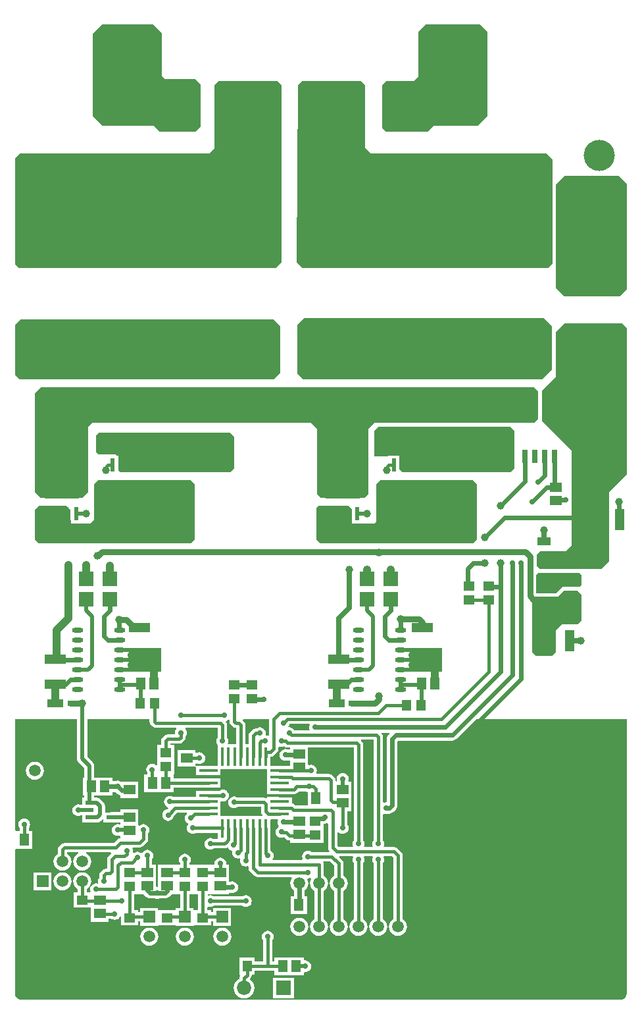
<source format=gtl>
G04*
G04 #@! TF.GenerationSoftware,Altium Limited,Altium Designer,21.0.9 (235)*
G04*
G04 Layer_Physical_Order=1*
G04 Layer_Color=255*
%FSLAX25Y25*%
%MOIN*%
G70*
G04*
G04 #@! TF.SameCoordinates,E5C10B9F-721F-4CD3-8270-1C0E1EB20485*
G04*
G04*
G04 #@! TF.FilePolarity,Positive*
G04*
G01*
G75*
%ADD13C,0.02362*%
%ADD17R,0.10630X0.05118*%
%ADD18R,0.05512X0.04724*%
%ADD19R,0.08661X0.21654*%
%ADD20R,0.05906X0.04331*%
%ADD21R,0.06693X0.04331*%
%ADD22R,0.05906X0.05118*%
%ADD23R,0.22047X0.09055*%
%ADD24R,0.04134X0.02165*%
%ADD25R,0.05118X0.05906*%
%ADD26R,0.04331X0.06693*%
%ADD27R,0.02560X0.06890*%
%ADD28R,0.17362X0.15354*%
%ADD29R,0.06500X0.02787*%
%ADD30R,0.02394X0.06500*%
%ADD31R,0.01575X0.09449*%
%ADD32R,0.09449X0.01575*%
%ADD33O,0.05709X0.02362*%
%ADD34R,0.04724X0.05512*%
%ADD35R,0.07284X0.07284*%
%ADD36R,0.07874X0.04331*%
%ADD37R,0.03150X0.03150*%
%ADD38R,0.05118X0.10630*%
%ADD72C,0.03150*%
%ADD73C,0.01571*%
%ADD74C,0.01570*%
%ADD75C,0.02165*%
%ADD76C,0.01575*%
%ADD77C,0.01968*%
%ADD78C,0.02756*%
%ADD79C,0.03937*%
%ADD80C,0.19685*%
%ADD81O,0.07874X0.11811*%
%ADD82R,0.07874X0.11811*%
%ADD83C,0.04000*%
%ADD84C,0.05906*%
%ADD85R,0.05906X0.05906*%
%ADD86C,0.15748*%
%ADD87C,0.07284*%
%ADD88C,0.03543*%
%ADD89C,0.03937*%
%ADD90C,0.02756*%
G36*
X620500Y670000D02*
Y627500D01*
X615500Y622500D01*
X593000Y622500D01*
X590000Y619500D01*
X569000Y619500D01*
X567000Y621500D01*
X567000Y643000D01*
X569000Y645000D01*
X583000Y645000D01*
X585500Y647500D01*
X585500Y670000D01*
X589385Y673885D01*
X616615D01*
X620500Y670000D01*
D02*
G37*
G36*
X455500Y669500D02*
X455500Y647500D01*
X457000Y646000D01*
X472500D01*
X475000Y643500D01*
X475000Y625000D01*
X475000Y622000D01*
X472500Y619500D01*
X454500D01*
X451500Y622500D01*
X425500D01*
X420500Y627500D01*
X420500Y669000D01*
X425385Y673885D01*
X451116D01*
X455500Y669500D01*
D02*
G37*
G36*
X558500Y643000D02*
X558500Y611500D01*
X561500Y608500D01*
X650500D01*
X653500Y605500D01*
X653500Y593031D01*
X653496Y593013D01*
X653394Y592500D01*
X653394Y592500D01*
X653394Y552894D01*
X651000Y550500D01*
X627000D01*
X526485Y550500D01*
X523595Y553419D01*
X524500Y643000D01*
X526500Y645000D01*
X556500D01*
X558500Y643000D01*
D02*
G37*
G36*
X516000D02*
X516000Y553500D01*
X513000Y550500D01*
X406000Y550500D01*
X383000Y550500D01*
X381116Y552385D01*
Y606115D01*
X383500Y608500D01*
X479500D01*
X482000Y611000D01*
Y643000D01*
X484000Y645000D01*
X514000D01*
X516000Y643000D01*
D02*
G37*
G36*
X690884Y593116D02*
X690884Y539385D01*
X687500Y536000D01*
X659500Y536000D01*
X655000Y540500D01*
X655000Y592500D01*
X659500Y597000D01*
X687000Y597000D01*
X690884Y593116D01*
D02*
G37*
G36*
X653000Y521000D02*
X653000Y499000D01*
X648000Y494000D01*
X527000Y494000D01*
X524000Y497000D01*
X524000Y521500D01*
X527500Y525000D01*
X649000Y525000D01*
X653000Y521000D01*
D02*
G37*
G36*
X515500Y521000D02*
X515500Y497500D01*
X512000Y494000D01*
X383500Y494000D01*
X381116Y496385D01*
Y521615D01*
X384000Y524500D01*
X512000Y524500D01*
X515500Y521000D01*
D02*
G37*
G36*
X581000Y490000D02*
X612000D01*
X644000Y490000D01*
X646000Y488000D01*
X646000Y474000D01*
X644000Y472000D01*
X563000Y472000D01*
X560000Y469000D01*
Y436000D01*
X558000Y434000D01*
X536000D01*
X534000Y436000D01*
X534000Y469000D01*
X531000Y472000D01*
X495000Y472000D01*
X420000Y472000D01*
X418000Y470000D01*
Y437000D01*
X415000Y434000D01*
X394000Y434000D01*
X391000Y437000D01*
X391000Y487000D01*
X394000Y490000D01*
X581000Y490000D01*
D02*
G37*
G36*
X632000Y470000D02*
X634000Y468000D01*
X634000Y449000D01*
X632000Y447000D01*
X578000Y447000D01*
X577400Y447000D01*
X575672Y448728D01*
Y455425D01*
X570128D01*
Y455000D01*
X563000Y455000D01*
X563000Y468000D01*
X565000Y470000D01*
X632000Y470000D01*
D02*
G37*
G36*
X490000Y467000D02*
X492000Y465000D01*
Y449000D01*
X492000Y449000D01*
X490000Y447000D01*
X434500D01*
X433272Y448228D01*
Y455425D01*
X432575D01*
X432000Y456000D01*
X423500Y456000D01*
X422000Y457500D01*
X422000D01*
X422000Y465500D01*
X422000D01*
X423500Y467000D01*
X490000Y467000D01*
D02*
G37*
G36*
X613000Y443000D02*
X615000Y441000D01*
Y413000D01*
X613000Y411000D01*
X536000Y411000D01*
X535600Y411000D01*
X533600Y413000D01*
X533600Y429000D01*
X534600Y430000D01*
X535000Y430000D01*
X550000Y430000D01*
X551728Y428272D01*
Y421175D01*
X552825D01*
X553000Y421000D01*
X563000Y421000D01*
X564000Y422000D01*
X564000Y441000D01*
X566000Y443000D01*
X613000Y443000D01*
D02*
G37*
G36*
X470000Y443000D02*
X472000Y441000D01*
X472000Y413000D01*
X470000Y411000D01*
X393000Y411000D01*
X391000Y413000D01*
X391000Y428000D01*
X393000Y430000D01*
X407000Y430000D01*
X409000Y428000D01*
X409000Y423000D01*
X409328Y422672D01*
Y421175D01*
X410825D01*
X411000Y421000D01*
X419000D01*
X421000Y423000D01*
Y441000D01*
X423000Y443000D01*
X470000Y443000D01*
D02*
G37*
G36*
X688500Y522500D02*
X690884Y520116D01*
X690884Y445884D01*
X682000Y437000D01*
X682000Y402000D01*
X678000Y398000D01*
X647000Y398000D01*
X645500Y399500D01*
Y405500D01*
X647000Y407000D01*
X651000Y407000D01*
X660000Y407000D01*
X663000Y410000D01*
X663000Y458000D01*
X648000Y473000D01*
Y488500D01*
X655000Y495500D01*
X655000Y518000D01*
X659500Y522500D01*
X688500Y522500D01*
D02*
G37*
G36*
X668000Y395000D02*
Y390000D01*
X667000Y389000D01*
X658500D01*
X655106Y385606D01*
X645394Y385606D01*
X645177Y385823D01*
Y395177D01*
X646000Y396000D01*
X667000Y396000D01*
X668000Y395000D01*
D02*
G37*
G36*
Y385000D02*
Y372000D01*
X666000Y370000D01*
X658000D01*
X655000Y367000D01*
Y356000D01*
X653000Y354000D01*
X645000D01*
X643000Y356000D01*
Y383000D01*
X644000Y384000D01*
X656000Y384000D01*
X659000Y387000D01*
X666000D01*
X668000Y385000D01*
D02*
G37*
G36*
X597402Y346000D02*
X581574D01*
X581562Y346016D01*
X576402D01*
Y347984D01*
X581076D01*
X580826Y348588D01*
X580321Y349246D01*
X580316Y349250D01*
Y349750D01*
X580321Y349754D01*
X580826Y350412D01*
X581076Y351016D01*
X576402D01*
Y352984D01*
X581076D01*
X580826Y353588D01*
X580321Y354246D01*
X580316Y354250D01*
Y354750D01*
X580321Y354754D01*
X580826Y355412D01*
X581076Y356016D01*
X576402D01*
Y357984D01*
X581562D01*
X581574Y358000D01*
X597402D01*
Y346000D01*
D02*
G37*
G36*
X455000D02*
X439173D01*
X439160Y346016D01*
X434000D01*
Y347984D01*
X438675D01*
X438424Y348588D01*
X437920Y349246D01*
X437915Y349250D01*
Y349750D01*
X437920Y349754D01*
X438424Y350412D01*
X438675Y351016D01*
X434000D01*
Y352984D01*
X438675D01*
X438424Y353588D01*
X437920Y354246D01*
X437915Y354250D01*
Y354750D01*
X437920Y354754D01*
X438424Y355412D01*
X438675Y356016D01*
X434000D01*
Y357984D01*
X439160D01*
X439173Y358000D01*
X455000D01*
Y346000D01*
D02*
G37*
G36*
X530257Y319094D02*
X530123Y318771D01*
X530022Y318000D01*
X530123Y317229D01*
X530257Y316906D01*
X529923Y316406D01*
X522614D01*
X522579Y316489D01*
X522106Y317106D01*
X521489Y317579D01*
X520771Y317877D01*
X520000Y317978D01*
X519778Y317949D01*
X519508Y318418D01*
X519579Y318511D01*
X519877Y319229D01*
X519914Y319511D01*
X519997Y319594D01*
X529923D01*
X530257Y319094D01*
D02*
G37*
G36*
X509592Y322000D02*
X509593Y321999D01*
Y313902D01*
X509093Y313649D01*
X508544Y313877D01*
X508286Y313911D01*
X507877Y314229D01*
X507902Y314422D01*
X507978Y315000D01*
X507877Y315771D01*
X507579Y316489D01*
X507106Y317106D01*
X506489Y317579D01*
X505771Y317877D01*
X505000Y317978D01*
X504229Y317877D01*
X503511Y317579D01*
X503285Y317406D01*
X503000D01*
X502079Y317223D01*
X501299Y316701D01*
X500023Y315426D01*
X499502Y314645D01*
X499318Y313724D01*
Y309409D01*
X497831D01*
Y319080D01*
X497648Y320001D01*
X497126Y320782D01*
X496408Y321500D01*
X496616Y322000D01*
X509592Y322000D01*
D02*
G37*
G36*
X489163Y321875D02*
X489594Y321734D01*
Y320920D01*
X489777Y319999D01*
X490299Y319218D01*
X491218Y318299D01*
X491999Y317777D01*
X492920Y317594D01*
X493019D01*
Y309409D01*
X489078D01*
X488744Y309910D01*
X488877Y310229D01*
X488978Y311000D01*
X488877Y311771D01*
X488579Y312489D01*
X488406Y312715D01*
Y319080D01*
X488223Y320001D01*
X487807Y320624D01*
X487800Y320726D01*
X487897Y321082D01*
X487980Y321210D01*
X488489Y321421D01*
X489094Y321885D01*
X489163Y321875D01*
D02*
G37*
G36*
X517299Y308299D02*
X518079Y307777D01*
X519000Y307594D01*
X520472D01*
Y306780D01*
X519005D01*
X518771Y306877D01*
X518000Y306978D01*
X517229Y306877D01*
X516511Y306579D01*
X515894Y306106D01*
X515421Y305489D01*
X515123Y304771D01*
X515022Y304000D01*
X515123Y303229D01*
X515421Y302511D01*
X515894Y301894D01*
X516511Y301421D01*
X517229Y301123D01*
X518000Y301022D01*
X518771Y301123D01*
X519005Y301220D01*
X520472D01*
Y298427D01*
X515122D01*
X515110Y298430D01*
X514890Y298386D01*
X510386D01*
Y302890D01*
X510396Y302939D01*
X511254Y303110D01*
X512034Y303632D01*
X513700Y305298D01*
X514222Y306078D01*
X514405Y306999D01*
Y307924D01*
X514905Y308258D01*
X515229Y308123D01*
X516000Y308022D01*
X516771Y308123D01*
X517268Y308329D01*
X517299Y308299D01*
D02*
G37*
G36*
X570827Y314758D02*
X570035Y313966D01*
X569593Y313390D01*
X569315Y312719D01*
X569220Y312000D01*
Y280167D01*
X568962Y279941D01*
X568191Y279839D01*
X567906Y279721D01*
X567406Y280055D01*
Y313000D01*
X567223Y313921D01*
X566701Y314701D01*
X566644Y314758D01*
X566836Y315220D01*
X570636D01*
X570827Y314758D01*
D02*
G37*
G36*
X552594Y260715D02*
X552421Y260489D01*
X552123Y259771D01*
X552022Y259000D01*
X552123Y258229D01*
X552257Y257906D01*
X551923Y257406D01*
X544997D01*
X544406Y257997D01*
Y264709D01*
X544849Y264877D01*
X544906Y264885D01*
X545511Y264421D01*
X546229Y264123D01*
X547000Y264022D01*
X547771Y264123D01*
X548489Y264421D01*
X549106Y264894D01*
X549579Y265511D01*
X549877Y266229D01*
X549978Y267000D01*
X549877Y267771D01*
X549579Y268489D01*
X549406Y268715D01*
Y275520D01*
X551528D01*
Y282213D01*
Y290480D01*
X550150D01*
X549816Y290980D01*
X549877Y291127D01*
X549978Y291898D01*
X549877Y292668D01*
X549579Y293387D01*
X549106Y294004D01*
X548489Y294477D01*
X547771Y294774D01*
X547000Y294876D01*
X546229Y294774D01*
X545511Y294477D01*
X544894Y294004D01*
X544421Y293387D01*
X544123Y292668D01*
X544022Y291898D01*
X544123Y291127D01*
X544184Y290980D01*
X543906Y290564D01*
X543406Y290617D01*
Y291080D01*
X543223Y292001D01*
X542701Y292782D01*
X541782Y293701D01*
X541001Y294223D01*
X540080Y294406D01*
X534047D01*
X533713Y294906D01*
X533855Y295250D01*
X533957Y296021D01*
X533855Y296792D01*
X533558Y297510D01*
X533085Y298127D01*
X532468Y298601D01*
X531750Y298898D01*
X530979Y299000D01*
X530208Y298898D01*
X529943Y298788D01*
X529528Y299066D01*
Y300213D01*
Y307594D01*
X552594D01*
Y260715D01*
D02*
G37*
G36*
X562594D02*
X562421Y260489D01*
X562123Y259771D01*
X562022Y259000D01*
X562123Y258229D01*
X562257Y257906D01*
X561923Y257406D01*
X558077D01*
X557743Y257906D01*
X557877Y258229D01*
X557978Y259000D01*
X557877Y259771D01*
X557579Y260489D01*
X557406Y260715D01*
Y309000D01*
X557223Y309921D01*
X556701Y310701D01*
X556271Y311132D01*
X556462Y311594D01*
X562594D01*
Y260715D01*
D02*
G37*
G36*
X514248Y271073D02*
X514123Y270771D01*
X514022Y270000D01*
X514123Y269229D01*
X514421Y268511D01*
X514670Y268186D01*
X514514Y267580D01*
X514511Y267579D01*
X513894Y267106D01*
X513421Y266489D01*
X513123Y265771D01*
X513022Y265000D01*
X513123Y264229D01*
X513421Y263511D01*
X513894Y262894D01*
X514511Y262421D01*
X515229Y262123D01*
X516000Y262022D01*
X516771Y262123D01*
X517268Y262329D01*
X518299Y261299D01*
X519079Y260777D01*
X520000Y260594D01*
X520472D01*
Y259520D01*
X537331D01*
Y266606D01*
Y268945D01*
X537356D01*
X538075Y269040D01*
X538745Y269317D01*
X538909Y269443D01*
X539094Y269519D01*
X539594Y269185D01*
Y257000D01*
X539777Y256079D01*
X540227Y255406D01*
X540055Y254906D01*
X531215D01*
X530989Y255079D01*
X530271Y255377D01*
X529500Y255478D01*
X528729Y255377D01*
X528011Y255079D01*
X527394Y254606D01*
X526921Y253989D01*
X526623Y253271D01*
X526522Y252500D01*
X526623Y251729D01*
X526756Y251409D01*
X526422Y250908D01*
X511682D01*
X511461Y251357D01*
X511579Y251511D01*
X511877Y252229D01*
X511978Y253000D01*
X511877Y253771D01*
X511579Y254489D01*
X511106Y255106D01*
X510489Y255579D01*
X510430Y255604D01*
Y266890D01*
X510386Y267110D01*
Y271231D01*
X510706Y271573D01*
X513914D01*
X514248Y271073D01*
D02*
G37*
G36*
X473594Y225480D02*
X471669Y225480D01*
X471527Y225922D01*
Y226528D01*
X469406D01*
Y233520D01*
X471169D01*
X471669Y233520D01*
X471831Y233520D01*
X473594D01*
Y225480D01*
D02*
G37*
G36*
X464594Y226528D02*
X462472D01*
Y225922D01*
X462331Y225480D01*
X453669D01*
X453527Y225922D01*
Y226528D01*
X444473D01*
Y224406D01*
X443331D01*
Y225480D01*
X441406D01*
Y233520D01*
X443331D01*
X443331Y233520D01*
X443472D01*
Y233520D01*
X443831Y233520D01*
X445957D01*
X446034Y233418D01*
X447343Y232110D01*
X447919Y231668D01*
X448589Y231390D01*
X449308Y231296D01*
X451813D01*
X452229Y231123D01*
X453000Y231022D01*
X453771Y231123D01*
X454187Y231296D01*
X457075D01*
X457795Y231390D01*
X458465Y231668D01*
X459041Y232110D01*
X459966Y233034D01*
X460338Y233520D01*
X462169D01*
X462528Y233520D01*
Y233520D01*
X462669D01*
Y233520D01*
X464594D01*
Y226528D01*
D02*
G37*
G36*
X412419Y322000D02*
Y302000D01*
X412507Y301332D01*
X412765Y300709D01*
X413175Y300175D01*
X416006Y297344D01*
Y292528D01*
X415520D01*
Y283472D01*
X416006D01*
Y282398D01*
X414945D01*
Y278680D01*
X414280D01*
X413806Y278877D01*
X413035Y278978D01*
X412265Y278877D01*
X411546Y278579D01*
X410929Y278106D01*
X410456Y277489D01*
X410159Y276771D01*
X410057Y276000D01*
X410159Y275229D01*
X410456Y274511D01*
X410929Y273894D01*
X411546Y273421D01*
X412265Y273123D01*
X413035Y273022D01*
X413806Y273123D01*
X414280Y273320D01*
X414945D01*
Y269602D01*
X422228D01*
Y269777D01*
X422536D01*
X423204Y269865D01*
X423827Y270123D01*
X424361Y270533D01*
X425310Y271482D01*
X425772Y271290D01*
Y269602D01*
X433055D01*
Y269623D01*
X434473D01*
Y269106D01*
X433972Y268793D01*
X433771Y268877D01*
X433000Y268978D01*
X432229Y268877D01*
X431511Y268579D01*
X430894Y268106D01*
X430421Y267489D01*
X430123Y266771D01*
X430022Y266000D01*
X430123Y265229D01*
X430421Y264511D01*
X430894Y263894D01*
X431511Y263421D01*
X432229Y263123D01*
X433000Y263022D01*
X433771Y263123D01*
X433972Y263207D01*
X434473Y262894D01*
Y261901D01*
X433579Y261723D01*
X432799Y261201D01*
X431003Y259406D01*
X406000D01*
X405079Y259223D01*
X404299Y258701D01*
X403299Y257701D01*
X402777Y256921D01*
X402594Y256000D01*
Y253861D01*
X401771Y253229D01*
X401045Y252283D01*
X400589Y251182D01*
X400433Y250000D01*
X400589Y248818D01*
X401045Y247717D01*
X401771Y246771D01*
X402717Y246045D01*
X403818Y245589D01*
X405000Y245433D01*
X406182Y245589D01*
X407283Y246045D01*
X408229Y246771D01*
X408955Y247717D01*
X409411Y248818D01*
X409567Y250000D01*
X409411Y251182D01*
X408955Y252283D01*
X408229Y253229D01*
X407406Y253861D01*
Y254594D01*
X412953D01*
X413053Y254094D01*
X412717Y253955D01*
X411771Y253229D01*
X411045Y252283D01*
X410589Y251182D01*
X410433Y250000D01*
X410589Y248818D01*
X411045Y247717D01*
X411771Y246771D01*
X412717Y246045D01*
X413818Y245589D01*
X415000Y245433D01*
X416182Y245589D01*
X417283Y246045D01*
X418229Y246771D01*
X418955Y247717D01*
X419411Y248818D01*
X419567Y250000D01*
X419411Y251182D01*
X418955Y252283D01*
X418229Y253229D01*
X417283Y253955D01*
X416947Y254094D01*
X417047Y254594D01*
X429484D01*
X429691Y254094D01*
X428369Y252771D01*
X428299Y252725D01*
X427777Y251944D01*
X427594Y251023D01*
Y246406D01*
X427000D01*
X426079Y246223D01*
X425299Y245701D01*
X424368Y244771D01*
X423847Y243990D01*
X423664Y243070D01*
Y241806D01*
X423421Y241489D01*
X423123Y240771D01*
X423022Y240000D01*
X423117Y239274D01*
X422947Y239054D01*
X422726Y238883D01*
X422000Y238978D01*
X421229Y238877D01*
X420511Y238579D01*
X419894Y238106D01*
X419421Y237489D01*
X419123Y236771D01*
X419022Y236000D01*
X419123Y235229D01*
X419226Y234980D01*
X418892Y234480D01*
X417406D01*
Y236139D01*
X418229Y236771D01*
X418955Y237717D01*
X419411Y238818D01*
X419567Y240000D01*
X419411Y241182D01*
X418955Y242283D01*
X418229Y243229D01*
X417283Y243955D01*
X416182Y244411D01*
X415000Y244567D01*
X413818Y244411D01*
X412717Y243955D01*
X411771Y243229D01*
X411045Y242283D01*
X410589Y241182D01*
X410433Y240000D01*
X410589Y238818D01*
X411045Y237717D01*
X411771Y236771D01*
X412594Y236139D01*
Y234480D01*
X410669D01*
Y226606D01*
X419331D01*
X419473Y226165D01*
Y219520D01*
X428527D01*
Y221094D01*
X429786D01*
X430011Y220921D01*
X430729Y220623D01*
X431500Y220522D01*
X432271Y220623D01*
X432989Y220921D01*
X433606Y221394D01*
X434079Y222011D01*
X434169Y222228D01*
X434669Y222129D01*
Y217606D01*
X443331D01*
Y219594D01*
X444473D01*
Y217472D01*
X453527D01*
Y217472D01*
X453669Y217606D01*
X462331D01*
X462472Y217472D01*
Y217472D01*
X471225D01*
X471527Y217472D01*
X471972Y217606D01*
X480331D01*
Y219594D01*
X481472D01*
Y217472D01*
X490527D01*
Y226528D01*
X481472D01*
Y224406D01*
X480331D01*
Y225480D01*
X478406D01*
Y226923D01*
X478906Y227257D01*
X479229Y227123D01*
X480000Y227022D01*
X480771Y227123D01*
X481489Y227421D01*
X481762Y227630D01*
X496196D01*
X496469Y227421D01*
X497188Y227123D01*
X497958Y227022D01*
X498729Y227123D01*
X499447Y227421D01*
X500064Y227894D01*
X500538Y228511D01*
X500835Y229229D01*
X500937Y230000D01*
X500835Y230771D01*
X500538Y231489D01*
X500064Y232106D01*
X499447Y232579D01*
X498729Y232877D01*
X497958Y232978D01*
X497188Y232877D01*
X496469Y232579D01*
X496291Y232442D01*
X481667D01*
X481489Y232579D01*
X480771Y232877D01*
X480000Y232978D01*
X479229Y232877D01*
X478906Y232743D01*
X478492Y233020D01*
X478548Y233520D01*
X480331D01*
X480331Y233520D01*
X480473D01*
Y233520D01*
X480831Y233520D01*
X489528D01*
Y233928D01*
X490028Y234207D01*
X490229Y234123D01*
X491000Y234022D01*
X491771Y234123D01*
X492489Y234421D01*
X493106Y234894D01*
X493579Y235511D01*
X493877Y236229D01*
X493978Y237000D01*
X493877Y237771D01*
X493579Y238489D01*
X493106Y239106D01*
X492489Y239579D01*
X491771Y239877D01*
X491000Y239978D01*
X490229Y239877D01*
X490177Y239855D01*
X489528D01*
Y248480D01*
X488289D01*
X487959Y248856D01*
X487978Y249000D01*
X487877Y249771D01*
X487579Y250489D01*
X487106Y251106D01*
X486489Y251579D01*
X485771Y251877D01*
X485000Y251978D01*
X484229Y251877D01*
X483511Y251579D01*
X482894Y251106D01*
X482421Y250489D01*
X482123Y249771D01*
X482022Y249000D01*
X482041Y248856D01*
X481711Y248480D01*
X480473D01*
Y248480D01*
X480331D01*
Y248480D01*
X471831D01*
X471331Y248480D01*
X471169Y248480D01*
X469406D01*
Y249285D01*
X469579Y249511D01*
X469877Y250229D01*
X469978Y251000D01*
X469877Y251771D01*
X469579Y252489D01*
X469106Y253106D01*
X468489Y253579D01*
X467771Y253877D01*
X467000Y253978D01*
X466229Y253877D01*
X465511Y253579D01*
X464894Y253106D01*
X464421Y252489D01*
X464123Y251771D01*
X464022Y251000D01*
X464123Y250229D01*
X464421Y249511D01*
X464594Y249285D01*
Y248480D01*
X462669D01*
Y248480D01*
X462528D01*
Y248480D01*
X453473D01*
Y240213D01*
Y237295D01*
X453096Y236965D01*
X453000Y236978D01*
X452904Y236965D01*
X452528Y237295D01*
Y240213D01*
Y248480D01*
X450406D01*
Y251285D01*
X450579Y251511D01*
X450877Y252229D01*
X450978Y253000D01*
X450877Y253771D01*
X450579Y254489D01*
X450106Y255106D01*
X449489Y255579D01*
X448771Y255877D01*
X448000Y255978D01*
X447229Y255877D01*
X446511Y255579D01*
X445894Y255106D01*
X445421Y254489D01*
X445420Y254486D01*
X444814Y254330D01*
X444489Y254579D01*
X443771Y254877D01*
X443000Y254978D01*
X442229Y254877D01*
X441511Y254579D01*
X441095Y254260D01*
X440779Y254436D01*
X440662Y254558D01*
X440757Y255276D01*
X440655Y256046D01*
X440428Y256594D01*
X440681Y257094D01*
X444000D01*
X444921Y257277D01*
X445701Y257799D01*
X447701Y259799D01*
X448223Y260579D01*
X448406Y261500D01*
Y264267D01*
X448579Y264493D01*
X448877Y265211D01*
X448978Y265982D01*
X448877Y266753D01*
X448579Y267471D01*
X448106Y268088D01*
X447489Y268561D01*
X446771Y268859D01*
X446000Y268960D01*
X445229Y268859D01*
X444511Y268561D01*
X444028Y268191D01*
X443984Y268192D01*
X443597Y268349D01*
X443528Y268410D01*
Y276480D01*
X434473D01*
Y274984D01*
X429457D01*
X428954Y274917D01*
X426581D01*
Y278178D01*
X426493Y278846D01*
X426235Y279468D01*
X425825Y280003D01*
X424263Y281565D01*
X423728Y281976D01*
X423105Y282233D01*
X422437Y282321D01*
X422228D01*
Y282398D01*
X421168D01*
Y283472D01*
X430480D01*
Y285220D01*
X431849D01*
X433035Y284034D01*
X433610Y283593D01*
X434281Y283315D01*
X434473Y283290D01*
Y282213D01*
X443528D01*
Y290480D01*
X434618D01*
X434489Y290579D01*
X433771Y290877D01*
X433000Y290978D01*
X432229Y290877D01*
X431995Y290780D01*
X430480D01*
Y292528D01*
X421168D01*
Y298413D01*
X421080Y299081D01*
X420822Y299704D01*
X420412Y300238D01*
X417581Y303069D01*
Y322000D01*
X449137Y322000D01*
Y320920D01*
X449320Y319999D01*
X449842Y319218D01*
X450762Y318299D01*
X451542Y317777D01*
X452463Y317594D01*
X462573D01*
X462777Y317094D01*
X462421Y316629D01*
X462123Y315911D01*
X462022Y315140D01*
X462069Y314782D01*
X461739Y314406D01*
X458266D01*
X457345Y314223D01*
X456565Y313701D01*
X455645Y312782D01*
X455124Y312001D01*
X454940Y311080D01*
Y309024D01*
X453016D01*
Y301150D01*
Y298820D01*
X452516Y298675D01*
X451989Y299079D01*
X451271Y299377D01*
X450500Y299478D01*
X449729Y299377D01*
X449011Y299079D01*
X448394Y298606D01*
X447921Y297989D01*
X447623Y297271D01*
X447522Y296500D01*
X447623Y295729D01*
X447921Y295011D01*
X448094Y294786D01*
Y294252D01*
X446520D01*
Y285197D01*
X461480D01*
Y287318D01*
X478890D01*
X479110Y287362D01*
X485189D01*
Y292087D01*
X479110D01*
X478890Y292130D01*
X461480D01*
Y294063D01*
X461677D01*
Y301150D01*
Y309024D01*
X459753D01*
Y309594D01*
X464080D01*
X465001Y309777D01*
X465782Y310299D01*
X466701Y311218D01*
X467223Y311999D01*
X467406Y312920D01*
Y313425D01*
X467579Y313651D01*
X467877Y314369D01*
X467978Y315140D01*
X467877Y315911D01*
X467579Y316629D01*
X467223Y317094D01*
X467427Y317594D01*
X483594D01*
Y312715D01*
X483421Y312489D01*
X483123Y311771D01*
X483022Y311000D01*
X483123Y310229D01*
X483421Y309511D01*
X483614Y309259D01*
Y298386D01*
X473028D01*
X472590Y298386D01*
X472528Y298860D01*
Y299390D01*
X472612Y299486D01*
X473028Y299697D01*
X473576Y299470D01*
X474346Y299368D01*
X475117Y299470D01*
X475836Y299767D01*
X476452Y300240D01*
X476926Y300857D01*
X477223Y301576D01*
X477325Y302346D01*
X477223Y303117D01*
X476926Y303836D01*
X476452Y304452D01*
X475836Y304926D01*
X475117Y305223D01*
X474346Y305325D01*
X473576Y305223D01*
X473028Y304996D01*
X472612Y305207D01*
X472528Y305303D01*
Y306480D01*
X463473D01*
Y298213D01*
X472090D01*
X472528Y298213D01*
X472590Y297739D01*
Y293661D01*
X485189D01*
Y296811D01*
X508811D01*
Y293661D01*
Y290512D01*
Y287362D01*
Y284213D01*
X514878D01*
X515110Y284166D01*
X522376D01*
X523298Y284350D01*
X524079Y284872D01*
X524799Y285592D01*
X528288D01*
X528511Y285421D01*
X529213Y285130D01*
Y278419D01*
X523134D01*
X522729Y278825D01*
X521948Y279346D01*
X521410Y279454D01*
Y282638D01*
X508811D01*
Y282229D01*
X508311Y281962D01*
X507921Y282223D01*
X507000Y282406D01*
X493737D01*
X493511Y282579D01*
X492793Y282877D01*
X492022Y282978D01*
X491251Y282877D01*
X490533Y282579D01*
X489916Y282106D01*
X489443Y281489D01*
X489145Y280771D01*
X489044Y280000D01*
X489145Y279229D01*
X489443Y278511D01*
X489916Y277894D01*
X490533Y277421D01*
X491251Y277123D01*
X492022Y277022D01*
X492793Y277123D01*
X493511Y277421D01*
X493737Y277594D01*
X505620D01*
Y275361D01*
X505803Y274440D01*
X506305Y273689D01*
X506258Y273468D01*
X506142Y273189D01*
X485189D01*
Y277913D01*
Y280291D01*
X485549Y280532D01*
X485689Y280544D01*
X486425Y280447D01*
X487196Y280549D01*
X487914Y280846D01*
X488531Y281319D01*
X489004Y281936D01*
X489302Y282654D01*
X489403Y283425D01*
X489302Y284196D01*
X489004Y284914D01*
X488531Y285531D01*
X487914Y286004D01*
X487196Y286302D01*
X486425Y286403D01*
X485654Y286302D01*
X484936Y286004D01*
X484711Y285832D01*
X478890D01*
X478667Y285787D01*
X472590D01*
Y282682D01*
X461215D01*
X460989Y282855D01*
X460271Y283152D01*
X459500Y283254D01*
X458729Y283152D01*
X458011Y282855D01*
X457394Y282382D01*
X456921Y281765D01*
X456623Y281046D01*
X456522Y280276D01*
X456623Y279505D01*
X456921Y278786D01*
X457394Y278170D01*
X458011Y277696D01*
X458418Y277528D01*
X458535Y276938D01*
X458054Y276456D01*
X457772Y276419D01*
X457053Y276122D01*
X456437Y275648D01*
X455963Y275032D01*
X455666Y274313D01*
X455564Y273543D01*
X455666Y272772D01*
X455963Y272053D01*
X456437Y271437D01*
X457053Y270963D01*
X457772Y270666D01*
X458543Y270564D01*
X459313Y270666D01*
X460032Y270963D01*
X460648Y271437D01*
X461122Y272053D01*
X461419Y272772D01*
X461456Y273054D01*
X463123Y274720D01*
X467873D01*
X468043Y274220D01*
X467894Y274106D01*
X467421Y273489D01*
X467123Y272771D01*
X467022Y272000D01*
X467123Y271229D01*
X467421Y270511D01*
X467894Y269894D01*
X468511Y269421D01*
X468626Y269373D01*
X468764Y268775D01*
X468491Y268419D01*
X468194Y267700D01*
X468092Y266929D01*
X468194Y266159D01*
X468491Y265440D01*
X468965Y264824D01*
X469582Y264350D01*
X470300Y264053D01*
X471071Y263951D01*
X471841Y264053D01*
X472560Y264350D01*
X472785Y264523D01*
X483614D01*
Y261406D01*
X481715D01*
X481489Y261579D01*
X480771Y261877D01*
X480000Y261978D01*
X479229Y261877D01*
X478511Y261579D01*
X477894Y261106D01*
X477421Y260489D01*
X477123Y259771D01*
X477022Y259000D01*
X477123Y258229D01*
X477421Y257511D01*
X477894Y256894D01*
X478511Y256421D01*
X479229Y256123D01*
X480000Y256022D01*
X480771Y256123D01*
X481489Y256421D01*
X481715Y256594D01*
X487000D01*
X487921Y256777D01*
X488419Y257110D01*
X489026Y256953D01*
X489059Y256873D01*
X489532Y256256D01*
X490149Y255783D01*
X490700Y255555D01*
X491123Y255271D01*
X491022Y254500D01*
X491123Y253729D01*
X491421Y253011D01*
X491894Y252394D01*
X492511Y251921D01*
X493229Y251623D01*
X494000Y251522D01*
X494682Y251611D01*
X494938Y251393D01*
X495073Y251207D01*
X494980Y250500D01*
X495082Y249729D01*
X495379Y249011D01*
X495852Y248394D01*
X496469Y247921D01*
X497188Y247623D01*
X497958Y247522D01*
X498729Y247623D01*
X498905Y247696D01*
X499321Y247418D01*
Y246696D01*
X499504Y245776D01*
X500026Y244995D01*
X502222Y242799D01*
X503002Y242277D01*
X503923Y242094D01*
X521102D01*
X521323Y241646D01*
X521045Y241283D01*
X520589Y240182D01*
X520433Y239000D01*
X520589Y237818D01*
X521045Y236717D01*
X521771Y235771D01*
X522220Y235426D01*
Y232528D01*
X520713D01*
Y223472D01*
X528980D01*
Y232528D01*
X527780D01*
Y235426D01*
X528229Y235771D01*
X528955Y236717D01*
X529411Y237818D01*
X529567Y239000D01*
X529411Y240182D01*
X529040Y241078D01*
X529337Y241523D01*
X529364Y241540D01*
X529500Y241522D01*
X530271Y241623D01*
X530864Y241869D01*
X531180Y241459D01*
X531045Y241283D01*
X530589Y240182D01*
X530433Y239000D01*
X530589Y237818D01*
X531045Y236717D01*
X531771Y235771D01*
X532591Y235141D01*
Y220859D01*
X531771Y220229D01*
X531045Y219283D01*
X530589Y218182D01*
X530433Y217000D01*
X530589Y215818D01*
X531045Y214717D01*
X531771Y213771D01*
X532717Y213045D01*
X533818Y212589D01*
X535000Y212433D01*
X536182Y212589D01*
X537283Y213045D01*
X538229Y213771D01*
X538955Y214717D01*
X539411Y215818D01*
X539567Y217000D01*
X539411Y218182D01*
X538955Y219283D01*
X538229Y220229D01*
X537408Y220859D01*
Y235141D01*
X538229Y235771D01*
X538955Y236717D01*
X539411Y237818D01*
X539567Y239000D01*
X539411Y240182D01*
X538955Y241283D01*
X538229Y242229D01*
X537408Y242859D01*
Y248500D01*
X537225Y249422D01*
X537071Y249653D01*
X537306Y250094D01*
X540503D01*
X542594Y248003D01*
Y242861D01*
X541771Y242229D01*
X541045Y241283D01*
X540589Y240182D01*
X540433Y239000D01*
X540589Y237818D01*
X541045Y236717D01*
X541771Y235771D01*
X542594Y235139D01*
Y220861D01*
X541771Y220229D01*
X541045Y219283D01*
X540589Y218182D01*
X540433Y217000D01*
X540589Y215818D01*
X541045Y214717D01*
X541771Y213771D01*
X542717Y213045D01*
X543818Y212589D01*
X545000Y212433D01*
X546182Y212589D01*
X547283Y213045D01*
X548229Y213771D01*
X548955Y214717D01*
X549411Y215818D01*
X549567Y217000D01*
X549411Y218182D01*
X548955Y219283D01*
X548229Y220229D01*
X547406Y220861D01*
Y235139D01*
X548229Y235771D01*
X548955Y236717D01*
X549411Y237818D01*
X549567Y239000D01*
X549411Y240182D01*
X548955Y241283D01*
X548229Y242229D01*
X547406Y242861D01*
Y249000D01*
X547223Y249921D01*
X546701Y250701D01*
X545271Y252132D01*
X545462Y252594D01*
X551923D01*
X552257Y252094D01*
X552123Y251771D01*
X552022Y251000D01*
X552123Y250229D01*
X552421Y249511D01*
X552594Y249285D01*
Y220861D01*
X551771Y220229D01*
X551045Y219283D01*
X550589Y218182D01*
X550433Y217000D01*
X550589Y215818D01*
X551045Y214717D01*
X551771Y213771D01*
X552717Y213045D01*
X553818Y212589D01*
X555000Y212433D01*
X556182Y212589D01*
X557283Y213045D01*
X558229Y213771D01*
X558955Y214717D01*
X559411Y215818D01*
X559567Y217000D01*
X559411Y218182D01*
X558955Y219283D01*
X558229Y220229D01*
X557406Y220861D01*
Y249285D01*
X557579Y249511D01*
X557877Y250229D01*
X557978Y251000D01*
X557877Y251771D01*
X557743Y252094D01*
X558077Y252594D01*
X561923D01*
X562257Y252094D01*
X562123Y251771D01*
X562022Y251000D01*
X562123Y250229D01*
X562421Y249511D01*
X562594Y249285D01*
Y220861D01*
X561771Y220229D01*
X561045Y219283D01*
X560589Y218182D01*
X560433Y217000D01*
X560589Y215818D01*
X561045Y214717D01*
X561771Y213771D01*
X562717Y213045D01*
X563818Y212589D01*
X565000Y212433D01*
X566182Y212589D01*
X567283Y213045D01*
X568229Y213771D01*
X568955Y214717D01*
X569411Y215818D01*
X569567Y217000D01*
X569411Y218182D01*
X568955Y219283D01*
X568229Y220229D01*
X567406Y220861D01*
Y249285D01*
X567579Y249511D01*
X567877Y250229D01*
X567978Y251000D01*
X567877Y251771D01*
X567743Y252094D01*
X568077Y252594D01*
X572003D01*
X572594Y252003D01*
Y220861D01*
X571771Y220229D01*
X571045Y219283D01*
X570589Y218182D01*
X570433Y217000D01*
X570589Y215818D01*
X571045Y214717D01*
X571771Y213771D01*
X572717Y213045D01*
X573818Y212589D01*
X575000Y212433D01*
X576182Y212589D01*
X577283Y213045D01*
X578229Y213771D01*
X578955Y214717D01*
X579411Y215818D01*
X579567Y217000D01*
X579411Y218182D01*
X578955Y219283D01*
X578229Y220229D01*
X577406Y220861D01*
Y253000D01*
X577223Y253921D01*
X576701Y254701D01*
X574701Y256701D01*
X573921Y257223D01*
X573000Y257406D01*
X568077D01*
X567743Y257906D01*
X567877Y258229D01*
X567978Y259000D01*
X567877Y259771D01*
X567579Y260489D01*
X567406Y260715D01*
Y273870D01*
X567906Y274204D01*
X568191Y274086D01*
X568962Y273984D01*
X569733Y274086D01*
X570149Y274258D01*
X570616D01*
X571336Y274353D01*
X572006Y274630D01*
X572582Y275072D01*
X573966Y276456D01*
X574407Y277032D01*
X574685Y277702D01*
X574780Y278421D01*
Y310849D01*
X575151Y311220D01*
X602681D01*
X603401Y311315D01*
X604071Y311593D01*
X604647Y312035D01*
X614612Y321999D01*
X690884Y321999D01*
X690885Y183000D01*
X690894Y182953D01*
X690801Y182249D01*
X690512Y181550D01*
X690051Y180949D01*
X689450Y180489D01*
X688751Y180199D01*
X688047Y180106D01*
X688000Y180115D01*
X384000D01*
X383953Y180106D01*
X383249Y180199D01*
X382550Y180489D01*
X381949Y180949D01*
X381488Y181550D01*
X381199Y182249D01*
X381163Y182520D01*
X381116Y183000D01*
X381115Y183495D01*
X381115Y256241D01*
X381520Y256472D01*
X381615Y256472D01*
X389787D01*
Y265528D01*
X388060D01*
Y267132D01*
X388233Y267357D01*
X388530Y268076D01*
X388632Y268847D01*
X388530Y269617D01*
X388233Y270336D01*
X387759Y270952D01*
X387143Y271426D01*
X386424Y271723D01*
X385653Y271825D01*
X384883Y271723D01*
X384164Y271426D01*
X383548Y270952D01*
X383074Y270336D01*
X382777Y269617D01*
X382675Y268847D01*
X382777Y268076D01*
X383074Y267357D01*
X383247Y267132D01*
Y265528D01*
X381615D01*
X381115Y265759D01*
Y322000D01*
X412419Y322000D01*
D02*
G37*
%LPC*%
G36*
X391000Y300567D02*
X389818Y300411D01*
X388717Y299955D01*
X387771Y299229D01*
X387045Y298283D01*
X386589Y297182D01*
X386433Y296000D01*
X386589Y294818D01*
X387045Y293717D01*
X387771Y292771D01*
X388717Y292045D01*
X389818Y291589D01*
X391000Y291433D01*
X392182Y291589D01*
X393283Y292045D01*
X394229Y292771D01*
X394955Y293717D01*
X395411Y294818D01*
X395567Y296000D01*
X395411Y297182D01*
X394955Y298283D01*
X394229Y299229D01*
X393283Y299955D01*
X392182Y300411D01*
X391000Y300567D01*
D02*
G37*
G36*
X399528Y244528D02*
X390472D01*
Y235472D01*
X399528D01*
Y244528D01*
D02*
G37*
G36*
X405000Y244567D02*
X403818Y244411D01*
X402717Y243955D01*
X401771Y243229D01*
X401045Y242283D01*
X400589Y241182D01*
X400433Y240000D01*
X400589Y238818D01*
X401045Y237717D01*
X401771Y236771D01*
X402717Y236045D01*
X403818Y235589D01*
X405000Y235433D01*
X406182Y235589D01*
X407283Y236045D01*
X408229Y236771D01*
X408955Y237717D01*
X409411Y238818D01*
X409567Y240000D01*
X409411Y241182D01*
X408955Y242283D01*
X408229Y243229D01*
X407283Y243955D01*
X406182Y244411D01*
X405000Y244567D01*
D02*
G37*
G36*
X525000Y221567D02*
X523818Y221411D01*
X522717Y220955D01*
X521771Y220229D01*
X521045Y219283D01*
X520589Y218182D01*
X520433Y217000D01*
X520589Y215818D01*
X521045Y214717D01*
X521771Y213771D01*
X522717Y213045D01*
X523818Y212589D01*
X525000Y212433D01*
X526182Y212589D01*
X527283Y213045D01*
X528229Y213771D01*
X528955Y214717D01*
X529411Y215818D01*
X529567Y217000D01*
X529411Y218182D01*
X528955Y219283D01*
X528229Y220229D01*
X527283Y220955D01*
X526182Y221411D01*
X525000Y221567D01*
D02*
G37*
G36*
X486000Y216567D02*
X484818Y216411D01*
X483717Y215955D01*
X482771Y215229D01*
X482045Y214283D01*
X481589Y213182D01*
X481433Y212000D01*
X481589Y210818D01*
X482045Y209717D01*
X482771Y208771D01*
X483717Y208045D01*
X484818Y207589D01*
X486000Y207433D01*
X487182Y207589D01*
X488283Y208045D01*
X489229Y208771D01*
X489955Y209717D01*
X490411Y210818D01*
X490567Y212000D01*
X490411Y213182D01*
X489955Y214283D01*
X489229Y215229D01*
X488283Y215955D01*
X487182Y216411D01*
X486000Y216567D01*
D02*
G37*
G36*
X467000D02*
X465818Y216411D01*
X464717Y215955D01*
X463771Y215229D01*
X463045Y214283D01*
X462589Y213182D01*
X462433Y212000D01*
X462589Y210818D01*
X463045Y209717D01*
X463771Y208771D01*
X464717Y208045D01*
X465818Y207589D01*
X467000Y207433D01*
X468182Y207589D01*
X469283Y208045D01*
X470229Y208771D01*
X470955Y209717D01*
X471411Y210818D01*
X471567Y212000D01*
X471411Y213182D01*
X470955Y214283D01*
X470229Y215229D01*
X469283Y215955D01*
X468182Y216411D01*
X467000Y216567D01*
D02*
G37*
G36*
X449000D02*
X447818Y216411D01*
X446717Y215955D01*
X445771Y215229D01*
X445045Y214283D01*
X444589Y213182D01*
X444433Y212000D01*
X444589Y210818D01*
X445045Y209717D01*
X445771Y208771D01*
X446717Y208045D01*
X447818Y207589D01*
X449000Y207433D01*
X450182Y207589D01*
X451283Y208045D01*
X452229Y208771D01*
X452955Y209717D01*
X453411Y210818D01*
X453567Y212000D01*
X453411Y213182D01*
X452955Y214283D01*
X452229Y215229D01*
X451283Y215955D01*
X450182Y216411D01*
X449000Y216567D01*
D02*
G37*
G36*
X509000Y214978D02*
X508229Y214877D01*
X507511Y214579D01*
X506894Y214106D01*
X506421Y213489D01*
X506123Y212771D01*
X506022Y212000D01*
X506123Y211229D01*
X506421Y210511D01*
X506594Y210285D01*
Y199406D01*
X502480D01*
Y201331D01*
X494606D01*
Y192669D01*
X494747D01*
X494983Y192228D01*
X494777Y191921D01*
X494594Y191000D01*
Y190650D01*
X494369Y190557D01*
X493280Y189720D01*
X492443Y188631D01*
X491918Y187362D01*
X491739Y186000D01*
X491918Y184638D01*
X492443Y183369D01*
X493280Y182280D01*
X494369Y181443D01*
X495638Y180918D01*
X497000Y180738D01*
X498362Y180918D01*
X499631Y181443D01*
X500721Y182280D01*
X501557Y183369D01*
X502082Y184638D01*
X502261Y186000D01*
X502082Y187362D01*
X501557Y188631D01*
X500721Y189720D01*
X500117Y190183D01*
X500085Y190682D01*
X500245Y190842D01*
X500766Y191623D01*
X500949Y192543D01*
Y192669D01*
X502480D01*
Y194594D01*
X512520D01*
Y192473D01*
X527480D01*
Y193711D01*
X527856Y194041D01*
X528000Y194022D01*
X528771Y194123D01*
X529489Y194421D01*
X530106Y194894D01*
X530579Y195511D01*
X530877Y196229D01*
X530978Y197000D01*
X530877Y197771D01*
X530579Y198489D01*
X530106Y199106D01*
X529489Y199579D01*
X528771Y199877D01*
X528000Y199978D01*
X527856Y199959D01*
X527480Y200289D01*
Y201528D01*
X512520D01*
Y199406D01*
X511406D01*
Y210285D01*
X511579Y210511D01*
X511877Y211229D01*
X511978Y212000D01*
X511877Y212771D01*
X511579Y213489D01*
X511106Y214106D01*
X510489Y214579D01*
X509771Y214877D01*
X509000Y214978D01*
D02*
G37*
G36*
X522217Y191217D02*
X511784D01*
Y180783D01*
X522217D01*
Y191217D01*
D02*
G37*
%LPD*%
D13*
X524346Y228000D02*
X525000Y228654D01*
Y239000D01*
X607000Y312000D02*
X637500Y342500D01*
X637472Y401000D02*
X637500Y400972D01*
Y342500D02*
Y400972D01*
X599000Y318000D02*
X627000Y346000D01*
X533000Y318000D02*
X599000D01*
X584000Y310063D02*
X604312D01*
X574000Y314000D02*
X602681D01*
X584000Y209384D02*
Y310063D01*
X572000Y312000D02*
X574000Y314000D01*
X627000Y346000D02*
Y389000D01*
X518000Y304000D02*
X525026D01*
X572000Y278421D02*
Y312000D01*
X602681Y314000D02*
X633000Y344319D01*
X606249Y312000D02*
X607000D01*
X604312Y310063D02*
X606249Y312000D01*
X627000Y389000D02*
Y401000D01*
X621000Y389543D02*
X621543Y389000D01*
X627000D01*
X610213Y389937D02*
Y398213D01*
X613000Y401000D02*
X619000D01*
X610213Y398213D02*
X613000Y401000D01*
X655000Y432654D02*
X655346Y433000D01*
X660000D01*
X650378Y439347D02*
X655000D01*
X643000Y431969D02*
X650378Y439347D01*
X646000Y442000D02*
X649500Y445500D01*
Y454976D01*
X653515Y392000D02*
X654000D01*
X651817Y393699D02*
X653515Y392000D01*
X649699Y393699D02*
X651817D01*
X648183Y392182D02*
X649699Y393699D01*
X648183Y387923D02*
Y392182D01*
X629000Y424000D02*
X674110D01*
X619000Y414000D02*
X629000Y424000D01*
X654500Y439563D02*
Y454976D01*
X639500Y442500D02*
Y454976D01*
X627000Y430000D02*
X639500Y442500D01*
X687150Y423150D02*
X687299Y423000D01*
X687150Y423150D02*
Y431850D01*
X687000Y432000D02*
X687150Y431850D01*
X633000Y344319D02*
Y401000D01*
X485000Y237653D02*
X485578Y237075D01*
X490925D01*
X491000Y237000D01*
X458000Y235000D02*
Y237653D01*
X457075Y234075D02*
X458000Y235000D01*
X453075Y234075D02*
X457075D01*
X453000Y234000D02*
X453075Y234075D01*
X448000Y235384D02*
Y237653D01*
X452925Y234075D02*
X453000Y234000D01*
X449308Y234075D02*
X452925D01*
X448000Y235384D02*
X449308Y234075D01*
X438957Y272303D02*
X439000Y272346D01*
X438654Y286000D02*
X439000Y286347D01*
X435000Y286000D02*
X438654D01*
X433000Y288000D02*
X435000Y286000D01*
X426346Y288000D02*
X433000D01*
X567000Y208000D02*
X582616D01*
X584000Y209384D01*
X566000Y209000D02*
X567000Y208000D01*
X537893Y272262D02*
X538000D01*
X537356Y271724D02*
X537893Y272262D01*
X534181Y271724D02*
X537356D01*
X533000Y270543D02*
X534181Y271724D01*
X517000Y270000D02*
X524653D01*
X525000Y270346D01*
X569038Y277038D02*
X570616D01*
X572000Y278421D01*
X568962Y276962D02*
X569038Y277038D01*
X525000Y304346D02*
X525052Y304294D01*
X492000Y339543D02*
X501000D01*
X433787Y367000D02*
X434000D01*
X433574Y372415D02*
X433787Y372202D01*
Y367000D02*
Y372202D01*
X545299Y352000D02*
X554945D01*
X545000Y352299D02*
X545299Y352000D01*
X501457Y332000D02*
X507000D01*
X501000Y332457D02*
X501457Y332000D01*
X576402Y367000D02*
Y372731D01*
X568402Y364000D02*
Y374000D01*
X571402Y377000D02*
Y382784D01*
X568402Y374000D02*
X571402Y377000D01*
X570402Y362000D02*
X576402D01*
X568402Y364000D02*
X570402Y362000D01*
X543921Y339701D02*
X549171D01*
X551470Y342000D02*
X554945D01*
X549171Y339701D02*
X551470Y342000D01*
X401520Y339701D02*
X406770D01*
X409069Y342000D02*
X412543D01*
X406770Y339701D02*
X409069Y342000D01*
X401819Y352000D02*
X412543D01*
X426000Y364000D02*
Y374000D01*
X429000Y377000D02*
Y382784D01*
X426000Y374000D02*
X429000Y377000D01*
X428000Y362000D02*
X434000D01*
X426000Y364000D02*
X428000Y362000D01*
X401520Y352299D02*
X401819Y352000D01*
D17*
X444000Y368299D02*
D03*
Y355701D02*
D03*
X545000Y352299D02*
D03*
Y339701D02*
D03*
X587402Y355701D02*
D03*
Y368299D02*
D03*
X578000Y475299D02*
D03*
Y462701D02*
D03*
X592000Y475299D02*
D03*
Y462701D02*
D03*
X434000Y475299D02*
D03*
Y462701D02*
D03*
X449000Y475299D02*
D03*
Y462701D02*
D03*
X401520Y339701D02*
D03*
Y352299D02*
D03*
D18*
X501000Y339543D02*
D03*
Y332457D02*
D03*
X492000Y339543D02*
D03*
Y332457D02*
D03*
X476000Y221543D02*
D03*
Y214457D02*
D03*
X458000Y221543D02*
D03*
Y214457D02*
D03*
X439000Y221543D02*
D03*
Y214457D02*
D03*
Y237457D02*
D03*
Y244543D02*
D03*
X476000Y237457D02*
D03*
Y244543D02*
D03*
X467000Y237457D02*
D03*
Y244543D02*
D03*
X533000Y270543D02*
D03*
Y263457D02*
D03*
X415000Y230543D02*
D03*
Y223457D02*
D03*
X621000Y389543D02*
D03*
Y382457D02*
D03*
X611000Y382457D02*
D03*
Y389543D02*
D03*
X457346Y298000D02*
D03*
Y305087D02*
D03*
D19*
X529941Y604500D02*
D03*
X510059D02*
D03*
X468059Y631500D02*
D03*
X487941D02*
D03*
X510059D02*
D03*
X529941D02*
D03*
X553059D02*
D03*
X572941D02*
D03*
D20*
X648365Y380260D02*
D03*
Y387740D02*
D03*
D21*
X649000Y401385D02*
D03*
Y412015D02*
D03*
D22*
X655000Y439347D02*
D03*
Y432654D02*
D03*
X485000Y237653D02*
D03*
Y244346D02*
D03*
X439000Y286347D02*
D03*
Y279654D02*
D03*
X458000Y237653D02*
D03*
Y244346D02*
D03*
X448000D02*
D03*
Y237653D02*
D03*
X525000Y270346D02*
D03*
Y263653D02*
D03*
X424000Y230346D02*
D03*
Y223654D02*
D03*
X439000Y265653D02*
D03*
Y272346D02*
D03*
X468000Y302346D02*
D03*
Y295654D02*
D03*
X525000Y297654D02*
D03*
Y304346D02*
D03*
X547000Y279654D02*
D03*
Y286347D02*
D03*
D23*
X676000Y514933D02*
D03*
Y544067D02*
D03*
D24*
X429413Y279740D02*
D03*
Y272260D02*
D03*
X418587D02*
D03*
Y276000D02*
D03*
Y279740D02*
D03*
D25*
X426346Y288000D02*
D03*
X419654D02*
D03*
X587055Y340000D02*
D03*
X593748D02*
D03*
X444654D02*
D03*
X451346D02*
D03*
X524847Y228000D02*
D03*
X518153D02*
D03*
X516653Y197000D02*
D03*
X523347D02*
D03*
X385653Y261000D02*
D03*
X392347D02*
D03*
X450654Y289724D02*
D03*
X457346D02*
D03*
X533347Y282000D02*
D03*
X526653D02*
D03*
D26*
X557685Y459500D02*
D03*
X568315D02*
D03*
X414685D02*
D03*
X425315D02*
D03*
D27*
X654500Y454976D02*
D03*
X649500D02*
D03*
X644500D02*
D03*
X654500Y477024D02*
D03*
X639500D02*
D03*
X649500D02*
D03*
X644500D02*
D03*
X639500Y454976D02*
D03*
D28*
X580400Y435274D02*
D03*
X547000Y441326D02*
D03*
X438000Y435274D02*
D03*
X404600Y441326D02*
D03*
D29*
X589200Y439800D02*
D03*
X571600D02*
D03*
X555800Y436800D02*
D03*
X538200D02*
D03*
X446800Y439800D02*
D03*
X429200D02*
D03*
X395800Y436800D02*
D03*
X413400D02*
D03*
D30*
X587800Y426000D02*
D03*
X582900D02*
D03*
X577900D02*
D03*
X573000D02*
D03*
X587800Y450600D02*
D03*
X582900D02*
D03*
X578000D02*
D03*
X572900D02*
D03*
X554500Y426000D02*
D03*
X549400D02*
D03*
X544500D02*
D03*
X539600D02*
D03*
X554400Y450600D02*
D03*
X549500D02*
D03*
X544500D02*
D03*
X539600D02*
D03*
X445400Y426000D02*
D03*
X440500D02*
D03*
X435500D02*
D03*
X430600D02*
D03*
X445400Y450600D02*
D03*
X440500D02*
D03*
X435600D02*
D03*
X430500D02*
D03*
X397200D02*
D03*
X402100D02*
D03*
X407100D02*
D03*
X412000D02*
D03*
X397200Y426000D02*
D03*
X402100D02*
D03*
X407000D02*
D03*
X412100D02*
D03*
D31*
X508024Y266890D02*
D03*
X504874D02*
D03*
X501724D02*
D03*
X498575D02*
D03*
X495425D02*
D03*
X492276D02*
D03*
X489126D02*
D03*
X485976D02*
D03*
X485976Y303110D02*
D03*
X489126D02*
D03*
X492276D02*
D03*
X495425D02*
D03*
X498575D02*
D03*
X501724D02*
D03*
X504874D02*
D03*
X508024D02*
D03*
D32*
X478890Y273976D02*
D03*
Y277126D02*
D03*
Y280276D02*
D03*
X478890Y286575D02*
D03*
X478890Y289724D02*
D03*
Y292874D02*
D03*
Y296024D02*
D03*
X515110Y296024D02*
D03*
Y292874D02*
D03*
Y289724D02*
D03*
Y283425D02*
D03*
Y280276D02*
D03*
Y277126D02*
D03*
Y273976D02*
D03*
Y286575D02*
D03*
X478890Y283425D02*
D03*
D33*
X576402Y337000D02*
D03*
Y342000D02*
D03*
Y347000D02*
D03*
Y352000D02*
D03*
Y357000D02*
D03*
Y362000D02*
D03*
Y367000D02*
D03*
X554945Y337000D02*
D03*
Y342000D02*
D03*
Y347000D02*
D03*
Y352000D02*
D03*
Y357000D02*
D03*
Y362000D02*
D03*
Y367000D02*
D03*
X434000Y337000D02*
D03*
Y342000D02*
D03*
Y347000D02*
D03*
Y352000D02*
D03*
Y357000D02*
D03*
Y362000D02*
D03*
Y367000D02*
D03*
X412543Y337000D02*
D03*
Y342000D02*
D03*
Y347000D02*
D03*
Y352000D02*
D03*
Y357000D02*
D03*
Y362000D02*
D03*
Y367000D02*
D03*
D34*
X586543Y329000D02*
D03*
X579457D02*
D03*
X451543Y330000D02*
D03*
X444457D02*
D03*
X491457Y197000D02*
D03*
X498543D02*
D03*
D35*
X559402Y393216D02*
D03*
Y382784D02*
D03*
X571402Y393216D02*
D03*
Y382784D02*
D03*
X417000D02*
D03*
Y393216D02*
D03*
X429000D02*
D03*
Y382784D02*
D03*
X517000Y186000D02*
D03*
D36*
X543921Y330000D02*
D03*
X401520D02*
D03*
D37*
X551402D02*
D03*
X409000D02*
D03*
D38*
X687299Y423000D02*
D03*
X674701D02*
D03*
X662000Y361700D02*
D03*
X649402D02*
D03*
D72*
X565500Y406500D02*
X564870Y406761D01*
X649575Y382425D02*
X651150Y380850D01*
X642000Y384270D02*
Y404500D01*
X565645Y406645D02*
X639855D01*
X642000Y404500D01*
X565500Y406500D02*
X565645Y406645D01*
X447239Y406761D02*
X564870D01*
X642000Y384270D02*
X643845Y382425D01*
X649575D01*
X651150Y380850D02*
X653819D01*
X655000Y379669D01*
X422845Y404845D02*
X423058D01*
X424974Y406761D02*
X447000D01*
X423058Y404845D02*
X424974Y406761D01*
X441244Y368299D02*
X445000D01*
X433725Y372265D02*
X437279D01*
X441244Y368299D01*
X433574Y372415D02*
X433725Y372265D01*
X565371Y333552D02*
X565522Y333703D01*
X551402Y330000D02*
X563283D01*
X565371Y332088D01*
Y333552D01*
X576275Y372858D02*
X585544D01*
X587402Y371000D01*
Y368299D02*
Y371000D01*
X576275Y372858D02*
X576402Y372731D01*
X409000Y330000D02*
X415000D01*
D73*
X385653Y261000D02*
Y268847D01*
X424000Y223654D02*
X424154Y223500D01*
X431500D01*
X478890Y283425D02*
X486425D01*
X468000Y302346D02*
X474346D01*
X450500Y289878D02*
Y296500D01*
Y289878D02*
X450654Y289724D01*
D74*
X515113Y296021D02*
X530979D01*
X458543Y273543D02*
X462126Y277126D01*
X478890D01*
X444000Y259500D02*
X446000Y261500D01*
Y265982D01*
X434500Y259500D02*
X444000D01*
X432000Y257000D02*
X434500Y259500D01*
X494000Y254500D02*
X495425Y255925D01*
X498570Y258112D02*
X498575Y258116D01*
X497958Y250500D02*
Y254011D01*
X498570Y254623D01*
Y258112D01*
X495425Y255925D02*
Y266890D01*
X501724Y247983D02*
Y266890D01*
X508024Y253976D02*
Y266890D01*
X501727Y246696D02*
X503923Y244500D01*
X508024Y253976D02*
X509000Y253000D01*
X492273Y258998D02*
Y266887D01*
X487900Y259910D02*
X489123Y261134D01*
X491638Y258362D02*
X492273Y258998D01*
X489123Y261134D02*
Y266887D01*
X480036Y230036D02*
X497958D01*
X415543Y230000D02*
X435000D01*
X529500Y252500D02*
X541500D01*
X545000Y249000D01*
Y239000D02*
Y249000D01*
X542000Y257000D02*
X544000Y255000D01*
X573000D01*
X542000Y257000D02*
Y275080D01*
X522137Y276013D02*
X541067D01*
X542000Y275080D01*
X573000Y255000D02*
X575000Y253000D01*
Y217000D02*
Y253000D01*
X565000Y217000D02*
Y251000D01*
X555000Y217000D02*
Y251000D01*
X503923Y244500D02*
X529500D01*
X501724Y247983D02*
X501727Y247981D01*
Y246696D02*
Y247981D01*
X498575Y258116D02*
Y266890D01*
X492273Y266887D02*
X492276Y266890D01*
X487900Y259900D02*
Y259910D01*
X487000Y259000D02*
X487900Y259900D01*
X509000Y197000D02*
Y212000D01*
X498543Y197000D02*
X509000D01*
X516653D01*
X480000Y230000D02*
X480036Y230036D01*
X480000Y259000D02*
X487000D01*
X485000Y244346D02*
Y249000D01*
X518227Y264773D02*
X520000Y263000D01*
X532543D01*
X492022Y280000D02*
X507000D01*
X517000Y320000D02*
X519000Y322000D01*
X564000Y314000D02*
X565000Y313000D01*
X521000Y314000D02*
X564000D01*
X519000Y322000D02*
X597000Y322000D01*
X565145Y325145D02*
X569000Y329000D01*
X511999Y321999D02*
X515145Y325145D01*
X565145D01*
X597000Y322000D02*
X621000Y346000D01*
X511999Y308737D02*
Y321999D01*
X465000Y324000D02*
X487000D01*
X621000Y346000D02*
Y382457D01*
X565000Y259000D02*
Y313000D01*
X519000Y310000D02*
X554000D01*
X555000Y309000D01*
Y259000D02*
Y309000D01*
X520000Y315000D02*
X521000Y314000D01*
X518000Y311000D02*
X519000Y310000D01*
X516000Y311000D02*
X518000D01*
X505819D02*
X507773D01*
X511999Y306999D02*
Y308737D01*
X508026Y305333D02*
X510333D01*
X511999Y306999D01*
X508024Y303110D02*
Y305331D01*
X508026Y305333D01*
X501724Y303110D02*
Y313724D01*
X503000Y315000D02*
X505000D01*
X501724Y313724D02*
X503000Y315000D01*
X504876Y303113D02*
Y310057D01*
X505819Y311000D01*
X621000Y382457D02*
X621000Y382457D01*
X611000Y382457D02*
X621000D01*
X569000Y329000D02*
X579457D01*
X484803Y244543D02*
X485000Y244346D01*
X476000Y244543D02*
X484803D01*
X437551Y255049D02*
X437778Y255276D01*
X436378Y252698D02*
X437551Y253871D01*
Y255049D01*
X431698Y252698D02*
X436378D01*
X430000Y245000D02*
Y251023D01*
X429000Y244000D02*
X430000Y245000D01*
X427000Y244000D02*
X429000D01*
X426070Y243070D02*
X427000Y244000D01*
X426000Y240000D02*
X426070Y240070D01*
Y243070D01*
X432000Y236000D02*
X433168Y237168D01*
Y248168D01*
X434553Y249553D01*
X440232D01*
X430023Y251023D02*
X431698Y252698D01*
X422000Y236000D02*
X432000D01*
X406000Y257000D02*
X432000D01*
X405000Y256000D02*
X406000Y257000D01*
X405000Y250000D02*
Y256000D01*
X440232Y249553D02*
X442679Y252000D01*
X443000D01*
X448000Y244346D02*
Y253000D01*
X485974Y266929D02*
X485976Y266927D01*
X471071Y266929D02*
X485974D01*
X485976Y266890D02*
Y266927D01*
X471976Y273976D02*
X478890D01*
X470000Y272000D02*
X471976Y273976D01*
X459500Y280276D02*
X478890D01*
X415000Y230543D02*
Y240000D01*
Y230543D02*
X415543Y230000D01*
X519514Y277124D02*
X521027D01*
X515110Y277126D02*
X515113Y277124D01*
X519514D01*
X521027Y277124D02*
X522137Y276013D01*
X519514Y277124D02*
X519514Y277124D01*
X520933Y292872D02*
X521805Y292000D01*
X541000Y281190D02*
Y291080D01*
X521805Y292000D02*
X540080D01*
X541000Y291080D01*
X515113Y292872D02*
X520933D01*
X515110Y292874D02*
X515113Y292872D01*
X541000Y281190D02*
X542191Y280000D01*
X546654D01*
X532543Y263000D02*
X533000Y263457D01*
X516000Y265000D02*
X516227Y264773D01*
X518227D01*
X547000Y267000D02*
Y279654D01*
X546654Y280000D02*
X547000Y279654D01*
X466803Y244346D02*
X467000Y244543D01*
Y251000D01*
X489123Y266887D02*
X489126Y266890D01*
X458000Y244346D02*
X466803D01*
X439000Y244543D02*
X447803D01*
X448000Y244346D01*
X439457Y222000D02*
X449000D01*
X439000Y221543D02*
X439457Y222000D01*
X439000Y221543D02*
Y237457D01*
X458457Y222000D02*
X467000D01*
X458000Y221543D02*
X458457Y222000D01*
X467000D02*
Y237457D01*
X476457Y222000D02*
X486000D01*
X476000Y221543D02*
X476457Y222000D01*
X476000Y221543D02*
Y237457D01*
X497000Y186000D02*
Y191000D01*
X498543Y192543D01*
Y197000D01*
X545000Y217000D02*
Y239000D01*
X504874Y303110D02*
X504876Y303113D01*
X494506Y320000D02*
X495425Y319080D01*
X492000Y320920D02*
Y332457D01*
X495425Y303110D02*
Y319080D01*
X492000Y320920D02*
X492920Y320000D01*
X494506D01*
X515110Y296024D02*
X515113Y296021D01*
X457346Y289724D02*
Y298000D01*
Y289724D02*
X478890D01*
X457346Y311080D02*
X458266Y312000D01*
X464080D01*
X457346Y305087D02*
Y311080D01*
X465000Y312920D02*
Y315140D01*
X464080Y312000D02*
X465000Y312920D01*
X510706Y273979D02*
X515108D01*
X508026Y275361D02*
X509408Y273979D01*
X510706D02*
X510706Y273979D01*
X507000Y280000D02*
X508026Y278974D01*
X509408Y273979D02*
X510706D01*
X515108Y273979D02*
X515110Y273976D01*
X508026Y275361D02*
Y278974D01*
X451543Y320920D02*
Y330000D01*
X485080Y320000D02*
X486000Y319080D01*
Y311000D02*
Y319080D01*
X452463Y320000D02*
X485080D01*
X451543Y320920D02*
X452463Y320000D01*
D75*
X433000Y266000D02*
X439347D01*
X547000Y286347D02*
Y291898D01*
X523347Y197000D02*
X528000D01*
X439000Y265653D02*
X439347Y266000D01*
X429457Y272303D02*
X438957D01*
X413035Y276000D02*
X418587D01*
D76*
X504874Y248500D02*
X535000D01*
X504874D02*
Y266890D01*
X535000Y239000D02*
Y248500D01*
Y217000D02*
Y239000D01*
X530000Y288000D02*
X532000D01*
X533347Y282000D02*
Y286653D01*
X532000Y288000D02*
X533347Y286653D01*
X515110Y286575D02*
X522376D01*
X523801Y288000D01*
X530000D01*
X515110Y283425D02*
X525228D01*
X526653Y282000D01*
X569400Y448000D02*
X569852Y448452D01*
Y450130D01*
X570323Y450600D01*
X572900D01*
X427922D02*
X430500D01*
X427452Y450130D02*
X427922Y450600D01*
X427000Y448000D02*
X427452Y448452D01*
Y450130D01*
D77*
X418685Y272358D02*
X422536D01*
X424000Y273822D02*
Y278178D01*
X422536Y272358D02*
X424000Y273822D01*
X418587Y272260D02*
X418685Y272358D01*
X422437Y279740D02*
X424000Y278178D01*
X418587Y279740D02*
X422437D01*
X418587D02*
Y288000D01*
Y298413D01*
X415000Y302000D02*
Y330000D01*
Y302000D02*
X418587Y298413D01*
X412100Y426000D02*
X417000D01*
X586858Y330000D02*
X587055Y330197D01*
Y340000D01*
X576402Y339500D02*
Y342000D01*
Y337000D02*
Y339500D01*
X586555D02*
X587055Y340000D01*
X576402Y339500D02*
X586555D01*
X555020Y347075D02*
X560477D01*
X562402Y349000D02*
Y374000D01*
X560477Y347075D02*
X562402Y349000D01*
X554945Y347000D02*
X555020Y347075D01*
X559402Y377000D02*
Y382784D01*
Y377000D02*
X562402Y374000D01*
X554500Y426000D02*
X559400D01*
X444457Y330000D02*
X444654Y330197D01*
Y340000D01*
X434000Y339500D02*
Y342000D01*
Y337000D02*
Y339500D01*
X444153D02*
X444654Y340000D01*
X434000Y339500D02*
X444153D01*
X401520Y352299D02*
X402000Y352780D01*
X412619Y347075D02*
X418075D01*
X420000Y349000D02*
Y374000D01*
X418075Y347075D02*
X420000Y349000D01*
X412543Y347000D02*
X412619Y347075D01*
X417000Y377000D02*
Y382784D01*
Y377000D02*
X420000Y374000D01*
D78*
X649000Y412015D02*
Y417700D01*
X550402Y378402D02*
Y397672D01*
X545000Y352299D02*
Y373000D01*
X550402Y378402D01*
X662000Y361700D02*
X667685D01*
D79*
X674701Y423000D02*
Y423410D01*
X674110Y424000D02*
X674701Y423410D01*
X559402Y393216D02*
Y397672D01*
X571402Y393216D02*
Y397672D01*
X610606Y389543D02*
X611000D01*
X610213Y389937D02*
X610606Y389543D01*
X543921Y330000D02*
Y339701D01*
X593748Y340000D02*
Y349346D01*
X451346Y340000D02*
Y349346D01*
X408000Y373000D02*
Y400000D01*
X417000Y393216D02*
Y400000D01*
X429000Y393216D02*
Y399727D01*
X402000Y367000D02*
X408000Y373000D01*
X402000Y352780D02*
Y367000D01*
X401520Y330000D02*
Y339701D01*
D80*
X602000Y652000D02*
D03*
X437500D02*
D03*
X635827Y562000D02*
D03*
Y511000D02*
D03*
X396850Y562000D02*
D03*
Y511000D02*
D03*
D81*
X479343Y573449D02*
D03*
X459657D02*
D03*
X479343Y504551D02*
D03*
X459657D02*
D03*
X439972Y573449D02*
D03*
X499028D02*
D03*
Y504551D02*
D03*
X595870Y504500D02*
D03*
Y573398D02*
D03*
X536815D02*
D03*
X556500Y504500D02*
D03*
X576185D02*
D03*
X556500Y573398D02*
D03*
X576185D02*
D03*
D82*
X439972Y504551D02*
D03*
X536815Y504500D02*
D03*
D83*
X662000Y401700D02*
D03*
Y381700D02*
D03*
Y391700D02*
D03*
D84*
X486000Y212000D02*
D03*
X467000D02*
D03*
X449000D02*
D03*
X391000Y296000D02*
D03*
Y282000D02*
D03*
X415000Y240000D02*
D03*
X405000Y250000D02*
D03*
Y240000D02*
D03*
X395000Y250000D02*
D03*
X415000D02*
D03*
X545000Y239000D02*
D03*
X535000D02*
D03*
X525000D02*
D03*
X535000Y217000D02*
D03*
X545000D02*
D03*
X555000D02*
D03*
X565000D02*
D03*
X575000D02*
D03*
X525000D02*
D03*
D85*
X449000Y222000D02*
D03*
X486000D02*
D03*
X467000D02*
D03*
X395000Y240000D02*
D03*
X515000Y239000D02*
D03*
Y217000D02*
D03*
D86*
X677000Y587500D02*
D03*
Y607500D02*
D03*
D87*
X497000Y186000D02*
D03*
D88*
X396551Y575750D02*
D03*
X443795Y604097D02*
D03*
X387102Y575750D02*
D03*
X472142Y604097D02*
D03*
X481591Y594648D02*
D03*
X387102Y604097D02*
D03*
X443795Y594648D02*
D03*
X500488Y622994D02*
D03*
X410500Y518250D02*
D03*
X453244Y594648D02*
D03*
X387102D02*
D03*
X410500Y503750D02*
D03*
X406000Y594648D02*
D03*
X491039D02*
D03*
X396551D02*
D03*
X500488D02*
D03*
Y632443D02*
D03*
X415449Y594648D02*
D03*
X462693Y604097D02*
D03*
Y594648D02*
D03*
X472142D02*
D03*
X434346D02*
D03*
X424898D02*
D03*
X500488Y604097D02*
D03*
X623500Y511000D02*
D03*
X406000Y575750D02*
D03*
Y604097D02*
D03*
X623500Y518250D02*
D03*
X406000Y585199D02*
D03*
X500488Y613545D02*
D03*
X396551Y604097D02*
D03*
X387102Y585199D02*
D03*
X491039Y604097D02*
D03*
X424898D02*
D03*
X481591D02*
D03*
X415449D02*
D03*
X396551Y585199D02*
D03*
X410500Y511000D02*
D03*
X453244Y604097D02*
D03*
X491039Y613545D02*
D03*
X623500Y503750D02*
D03*
X434346Y604097D02*
D03*
X554331Y597638D02*
D03*
X640945Y580315D02*
D03*
X632284D02*
D03*
X545670Y597638D02*
D03*
Y614961D02*
D03*
X537008Y623622D02*
D03*
Y606299D02*
D03*
X545670Y632284D02*
D03*
Y606299D02*
D03*
Y623622D02*
D03*
X554331Y614961D02*
D03*
X537008Y597638D02*
D03*
Y614961D02*
D03*
Y632284D02*
D03*
X554331Y606299D02*
D03*
X614961Y666929D02*
D03*
Y658268D02*
D03*
Y649607D02*
D03*
Y640945D02*
D03*
Y632284D02*
D03*
X606299Y666929D02*
D03*
Y632284D02*
D03*
X597638Y666929D02*
D03*
Y632284D02*
D03*
X588977Y666929D02*
D03*
Y658268D02*
D03*
Y649607D02*
D03*
Y640945D02*
D03*
Y632284D02*
D03*
Y623622D02*
D03*
X580315Y640945D02*
D03*
Y632284D02*
D03*
Y623622D02*
D03*
X459055Y640945D02*
D03*
Y632284D02*
D03*
Y623622D02*
D03*
X450394Y666929D02*
D03*
Y658268D02*
D03*
Y649607D02*
D03*
Y640945D02*
D03*
Y632284D02*
D03*
X441732Y666929D02*
D03*
Y632284D02*
D03*
X433071Y666929D02*
D03*
Y632284D02*
D03*
X424410Y666929D02*
D03*
Y658268D02*
D03*
Y649607D02*
D03*
Y640945D02*
D03*
Y632284D02*
D03*
X640945Y597638D02*
D03*
Y588977D02*
D03*
X632284Y597638D02*
D03*
Y588977D02*
D03*
X623622Y597638D02*
D03*
X614961D02*
D03*
X606299D02*
D03*
X597638D02*
D03*
X588977D02*
D03*
X580315D02*
D03*
X571654D02*
D03*
X562992D02*
D03*
D89*
X565500Y406500D02*
D03*
X619000Y401000D02*
D03*
X654000Y392000D02*
D03*
X649000Y417700D02*
D03*
X687000Y432000D02*
D03*
X627000Y430000D02*
D03*
Y401000D02*
D03*
X550402Y397672D02*
D03*
X559402D02*
D03*
X571402D02*
D03*
X417000Y426000D02*
D03*
X433574Y372415D02*
D03*
X565522Y333703D02*
D03*
X569400Y448000D02*
D03*
X667685Y361700D02*
D03*
X619000Y414000D02*
D03*
X580402Y456000D02*
D03*
X452801Y354050D02*
D03*
X559400Y426000D02*
D03*
X576275Y372858D02*
D03*
X585402Y350000D02*
D03*
X591402D02*
D03*
X595402Y354000D02*
D03*
X550402Y419000D02*
D03*
X449000Y350000D02*
D03*
X443000D02*
D03*
X408000Y400000D02*
D03*
X417000D02*
D03*
X429000Y399727D02*
D03*
X422845Y404845D02*
D03*
X408000Y419000D02*
D03*
X427000Y448000D02*
D03*
X438000Y456000D02*
D03*
X415000Y330000D02*
D03*
D90*
X573000Y457500D02*
D03*
X385653Y268847D02*
D03*
X431500Y223500D02*
D03*
X486425Y283425D02*
D03*
X458543Y273543D02*
D03*
X459500Y280276D02*
D03*
X446000Y265982D02*
D03*
X433000Y266000D02*
D03*
X437778Y255276D02*
D03*
X474346Y302346D02*
D03*
X450500Y296500D02*
D03*
X494000Y254500D02*
D03*
X509000Y253000D02*
D03*
X491638Y258362D02*
D03*
X497958Y230000D02*
D03*
Y250500D02*
D03*
X529500Y252500D02*
D03*
X547000Y267000D02*
D03*
X565000Y251000D02*
D03*
X555000D02*
D03*
X529500Y244500D02*
D03*
X509000Y212000D02*
D03*
X485000Y249000D02*
D03*
X487000Y324000D02*
D03*
X492022Y280000D02*
D03*
X517000Y320000D02*
D03*
X533000Y318000D02*
D03*
X465000Y324000D02*
D03*
X520000Y315000D02*
D03*
X507773Y311000D02*
D03*
X516000D02*
D03*
X518000Y304000D02*
D03*
X505000Y315000D02*
D03*
X567000Y467000D02*
D03*
X643000Y431969D02*
D03*
X646000Y442000D02*
D03*
X637472Y401000D02*
D03*
X660000Y433000D02*
D03*
X633000Y401000D02*
D03*
X453000Y234000D02*
D03*
X491000Y237000D02*
D03*
X547000Y291898D02*
D03*
X528000Y197000D02*
D03*
X426000Y240000D02*
D03*
X422000Y236000D02*
D03*
X448000Y253000D02*
D03*
X471071Y266929D02*
D03*
X443000Y252000D02*
D03*
X470000Y272000D02*
D03*
X480000Y230000D02*
D03*
X435000D02*
D03*
X433000Y288000D02*
D03*
X413035Y276000D02*
D03*
X538000Y272262D02*
D03*
X530000Y288000D02*
D03*
X530979Y296021D02*
D03*
X517000Y270000D02*
D03*
X568962Y276962D02*
D03*
X516000Y265000D02*
D03*
X467000Y251000D02*
D03*
X480000Y259000D02*
D03*
X565000D02*
D03*
X555000D02*
D03*
X465000Y315140D02*
D03*
X486000Y311000D02*
D03*
X585500Y457500D02*
D03*
X591500Y451000D02*
D03*
Y457500D02*
D03*
X507000Y332000D02*
D03*
X598000Y432411D02*
D03*
Y423706D02*
D03*
Y415000D02*
D03*
X611000Y432411D02*
D03*
Y423706D02*
D03*
Y415000D02*
D03*
X604500Y428059D02*
D03*
Y419353D02*
D03*
X624353Y457500D02*
D03*
X628706Y464000D02*
D03*
X620000D02*
D03*
X628706Y451000D02*
D03*
X620000D02*
D03*
X476294Y457000D02*
D03*
X485000D02*
D03*
X480647Y450500D02*
D03*
X471941D02*
D03*
X489353D02*
D03*
X480647Y463500D02*
D03*
X471941D02*
D03*
X489353D02*
D03*
X462000Y422000D02*
D03*
X468500Y426353D02*
D03*
Y435059D02*
D03*
X462000Y430706D02*
D03*
X468500Y417647D02*
D03*
X455500Y426353D02*
D03*
Y435059D02*
D03*
Y417647D02*
D03*
M02*

</source>
